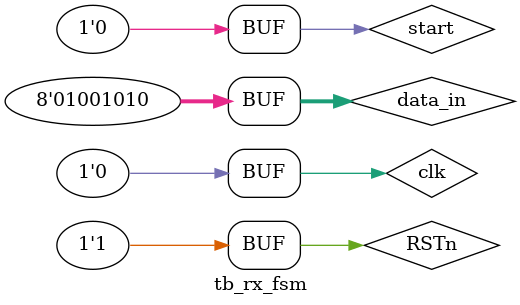
<source format=sv>
`timescale 1 ns/10 ps  // time-unit = 1 ns, precision = 10 ps

module tb_rx_fsm;

logic RSTn, clk;
logic start, TX;
logic[7:0] data_in;
logic[7:0] data_out;

tx_fsm #(10, 5, 1) DUT_TX (.clk(clk), .RSTn(RSTn), .start(start), .TX(TX), .data_in(data_in));
rx_fsm #(10, 5, 1) DUT_RX (.clk(clk), .RSTn(RSTn), .RX(TX), .data_out(data_out));

initial
begin
  RSTn = 1'b0;
  start = 1'b0;
  clk = 1'b0;
  data_in = 8'b01001010;
  #40us;
  RSTn = 1'b1;
  start = 1'b1;
  data_in = 8'b01001010;
  #10us;
  RSTn = 1'b1;
  start = 1'b0;
  data_in = 8'b01001010;
end

// Clock generator
always
begin
  #5us clk = 1;
  #5us clk = 0;
end


endmodule

</source>
